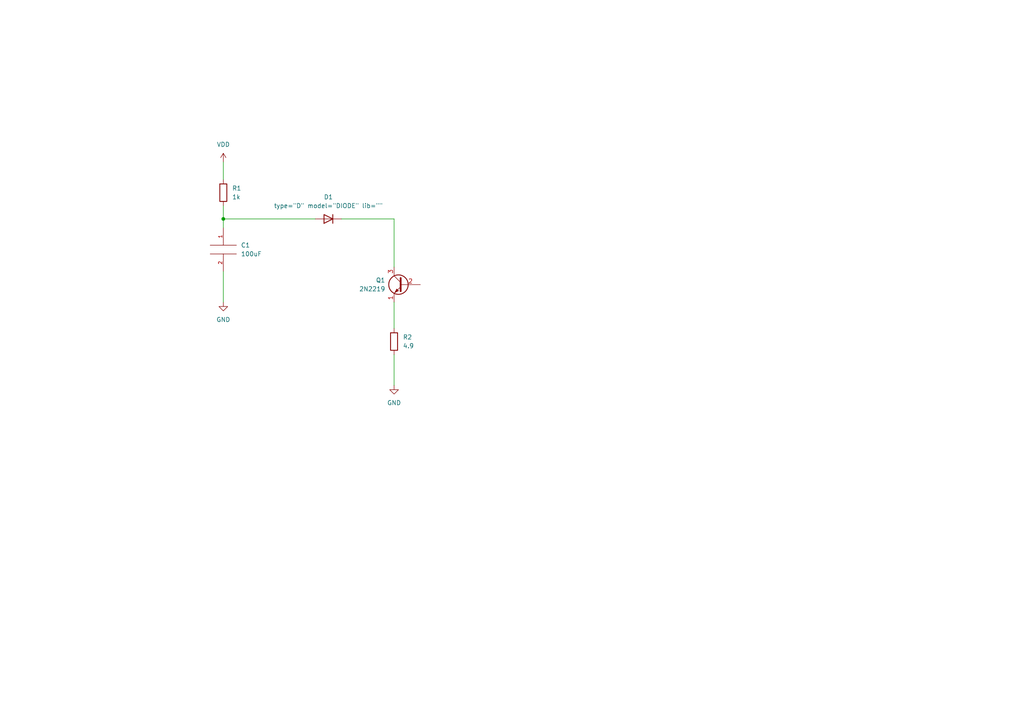
<source format=kicad_sch>
(kicad_sch (version 20211123) (generator eeschema)
  (paper "A4")
  (lib_symbols
    (symbol "Device:R" (pin_numbers hide) (pin_names (offset 0))
      (property "Reference" "R" (at 2.032 0 90))
      (property "Value" "R" (at 0 0 90))
      (symbol "R_0_1"
        (rectangle (start -1.016 -2.54) (end 1.016 2.54) (stroke (width 0.254)))
      )
      (symbol "R_1_1"
        (pin passive line (at 0 3.81 270) (length 1.27) (name "~") (number "1"))
        (pin passive line (at 0 -3.81 90) (length 1.27) (name "~") (number "2"))
      )
    )
    (symbol "Simulation_SPICE:DIODE" (pin_numbers hide) (pin_names (offset 1.016) hide)
      (property "Reference" "D" (at 0 2.54 0))
      (property "Value" "DIODE" (at 0 -2.54 0))
      (symbol "DIODE_0_1"
        (polyline (pts (xy 1.27 0) (xy -1.27 0)))
        (polyline (pts (xy 1.27 1.27) (xy 1.27 -1.27)) (stroke (width 0.254)))
        (polyline (pts (xy -1.27 -1.27) (xy -1.27 1.27) (xy 1.27 0) (xy -1.27 -1.27)) (stroke (width 0.254)))
      )
      (symbol "DIODE_1_1"
        (pin passive line (at -3.81 0 0) (length 2.54) (name "A") (number "1"))
        (pin passive line (at 3.81 0 180) (length 2.54) (name "K") (number "2"))
      )
    )
    (symbol "Transistor_BJT:2N2219" (pin_names (offset 0) hide)
      (property "Reference" "Q" (at 5.08 1.905 0))
      (property "Value" "2N2219" (at 5.08 0 0))
      (symbol "2N2219_0_1"
        (polyline (pts (xy 0.635 0.635) (xy 2.54 2.54)))
        (polyline (pts (xy 0.635 -0.635) (xy 2.54 -2.54) (xy 2.54 -2.54)))
        (polyline (pts (xy 0.635 1.905) (xy 0.635 -1.905) (xy 0.635 -1.905)) (stroke (width 0.508)))
        (polyline (pts (xy 1.27 -1.778) (xy 1.778 -1.27) (xy 2.286 -2.286) (xy 1.27 -1.778) (xy 1.27 -1.778)) (fill (type outline)))
        (circle (center 1.27 0) (radius 2.8194) (stroke (width 0.254)))
      )
      (symbol "2N2219_1_1"
        (pin passive line (at 2.54 -5.08 90) (length 2.54) (name "E") (number "1"))
        (pin passive line (at -5.08 0 0) (length 5.715) (name "B") (number "2"))
        (pin passive line (at 2.54 5.08 270) (length 2.54) (name "C") (number "3"))
      )
    )
    (symbol "power:GND" (power) (pin_names (offset 0))
      (property "Value" "GND" (at 0 -3.81 0))
      (symbol "GND_0_1"
        (polyline (pts (xy 0 0) (xy 0 -1.27) (xy 1.27 -1.27) (xy 0 -2.54) (xy -1.27 -1.27) (xy 0 -1.27)))
      )
      (symbol "GND_1_1"
        (pin power_in line (at 0 0 270) (length 0) hide (name "GND") (number "1"))
      )
    )
    (symbol "power:VDD" (power) (pin_names (offset 0))
      (property "Value" "VDD" (at 0 3.81 0))
      (symbol "VDD_0_1"
        (polyline (pts (xy -0.762 1.27) (xy 0 2.54)))
        (polyline (pts (xy 0 0) (xy 0 2.54)))
        (polyline (pts (xy 0 2.54) (xy 0.762 1.27)))
      )
      (symbol "VDD_1_1"
        (pin power_in line (at 0 0 90) (length 0) hide (name "VDD") (number "1"))
      )
    )
    (symbol "pspice:C" (pin_names (offset 0.254))
      (property "Reference" "C" (at 2.54 3.81 90))
      (property "Value" "C" (at 2.54 -3.81 90))
      (symbol "C_0_1"
        (polyline (pts (xy -3.81 -1.27) (xy 3.81 -1.27)))
        (polyline (pts (xy -3.81 1.27) (xy 3.81 1.27)))
      )
      (symbol "C_1_1"
        (pin passive line (at 0 6.35 270) (length 5.08) (name "~") (number "1"))
        (pin passive line (at 0 -6.35 90) (length 5.08) (name "~") (number "2"))
      )
    )
  )
  (junction (at 64.77 63.5))
  (wire (pts (xy 114.3 87.63) (xy 114.3 95.25)))
  (wire (pts (xy 64.77 46.99) (xy 64.77 52.07)))
  (wire (pts (xy 64.77 63.5) (xy 91.44 63.5)))
  (wire (pts (xy 99.06 63.5) (xy 114.3 63.5)))
  (wire (pts (xy 114.3 63.5) (xy 114.3 77.47)))
  (wire (pts (xy 64.77 63.5) (xy 64.77 66.04)))
  (wire (pts (xy 114.3 102.87) (xy 114.3 111.76)))
  (wire (pts (xy 64.77 78.74) (xy 64.77 87.63)))
  (wire (pts (xy 64.77 59.69) (xy 64.77 63.5)))
  (symbol (lib_id "power:GND") (at 64.77 87.63 0) (unit 1)
    (property "Reference" "#PWR0102" (effects hide))
    (property "Value" "GND" (at 64.77 92.71 0))
  )
  (symbol (lib_id "Device:R") (at 114.3 99.06 0) (unit 1)
    (property "Reference" "R2" (at 116.84 97.7899 0) (effects (justify left)))
    (property "Value" "4.9" (at 116.84 100.3299 0) (effects (justify left)))
    (property "Footprint" "Resistor_SMD:R_0402_1005Metric" (effects hide))
  )
  (symbol (lib_id "pspice:C") (at 64.77 72.39 0) (unit 1)
    (property "Reference" "C1" (at 69.85 71.1199 0) (effects (justify left)))
    (property "Value" "100uF" (at 69.85 73.6599 0) (effects (justify left)))
    (property "Footprint" "Capacitor_Tantalum_SMD:CP_EIA-1608-08_AVX-J" (effects hide))
  )
  (symbol (lib_id "Device:R") (at 64.77 55.88 0) (unit 1)
    (property "Reference" "R1" (at 67.31 54.6099 0) (effects (justify left)))
    (property "Value" "1k" (at 67.31 57.1499 0) (effects (justify left)))
    (property "Footprint" "Resistor_SMD:R_0402_1005Metric" (effects hide))
  )
  (symbol (lib_id "Transistor_BJT:2N2219") (at 116.84 82.55 0) (mirror y) (unit 1)
    (property "Reference" "Q1" (at 111.76 81.2799 0) (effects (justify left)))
    (property "Value" "2N2219" (at 111.76 83.8199 0) (effects (justify left)))
    (property "Footprint" "Package_TO_SOT_THT:TO-39-3" (effects hide))
    (property "Datasheet" "http://www.onsemi.com/pub_link/Collateral/2N2219-D.PDF" (effects hide))
  )
  (symbol (lib_id "power:GND") (at 114.3 111.76 0) (unit 1)
    (property "Reference" "#PWR0103" (effects hide))
    (property "Value" "GND" (at 114.3 116.84 0))
  )
  (symbol (lib_id "Simulation_SPICE:DIODE") (at 95.25 63.5 0) (unit 1)
    (property "Reference" "D1" (at 95.25 57.15 0))
    (property "Value" "DIODE" (at 95.25 59.69 0))
    (property "Footprint" "Diode_SMD:D_0201_0603Metric" (effects hide))
    (property "Spice_Netlist_Enabled" "Y" (effects hide))
    (property "Spice_Primitive" "D" (effects hide))
  )
  (symbol (lib_id "power:VDD") (at 64.77 46.99 0) (unit 1)
    (property "Reference" "#PWR0101" (effects hide))
    (property "Value" "VDD" (at 64.77 41.91 0))
  )
)
</source>
